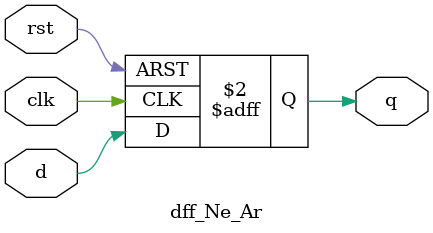
<source format=v>
module dff_Ne_Ar(q,d,clk,rst);
input d,clk,rst;
output reg q;
always@(negedge clk or posedge rst)
if(rst)
q<=1'b0;
else
q<=d;
endmodule

</source>
